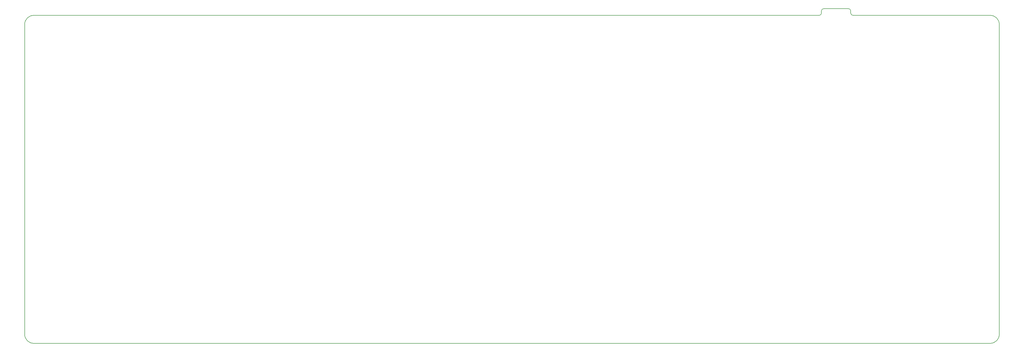
<source format=gbr>
%TF.GenerationSoftware,KiCad,Pcbnew,7.0.6*%
%TF.CreationDate,2024-01-18T22:37:56+01:00*%
%TF.ProjectId,Arius8X-HE,41726975-7338-4582-9d48-452e6b696361,rev?*%
%TF.SameCoordinates,Original*%
%TF.FileFunction,Profile,NP*%
%FSLAX46Y46*%
G04 Gerber Fmt 4.6, Leading zero omitted, Abs format (unit mm)*
G04 Created by KiCad (PCBNEW 7.0.6) date 2024-01-18 22:37:56*
%MOMM*%
%LPD*%
G01*
G04 APERTURE LIST*
%TA.AperFunction,Profile*%
%ADD10C,0.200000*%
%TD*%
G04 APERTURE END LIST*
D10*
X335845650Y-67475000D02*
G75*
G03*
X335051875Y-66681250I-793750J0D01*
G01*
X47714375Y-69062500D02*
X324733125Y-69062500D01*
X388233125Y-72237500D02*
X388233125Y-181775000D01*
X388233100Y-72237500D02*
G75*
G03*
X385058125Y-69062500I-3175000J0D01*
G01*
X326320625Y-66681250D02*
X335051875Y-66681250D01*
X385058125Y-184950025D02*
G75*
G03*
X388233125Y-181775000I75J3174925D01*
G01*
X47714375Y-69062475D02*
G75*
G03*
X44539375Y-72237500I25J-3175025D01*
G01*
X324733125Y-69062475D02*
G75*
G03*
X325526875Y-68268750I-125J793875D01*
G01*
X335845625Y-67475000D02*
X335845625Y-68268750D01*
X44539400Y-181775000D02*
G75*
G03*
X47714375Y-184950000I3175000J0D01*
G01*
X335845594Y-68268756D02*
G75*
G03*
X336639381Y-69062506I793806J56D01*
G01*
X44539375Y-181775000D02*
X44539375Y-72237500D01*
X325526875Y-67475000D02*
X325526875Y-68268750D01*
X326320625Y-66681275D02*
G75*
G03*
X325526875Y-67475000I75J-793825D01*
G01*
X336639375Y-69062500D02*
X385058125Y-69062500D01*
X385058125Y-184950000D02*
X47714375Y-184950000D01*
M02*

</source>
